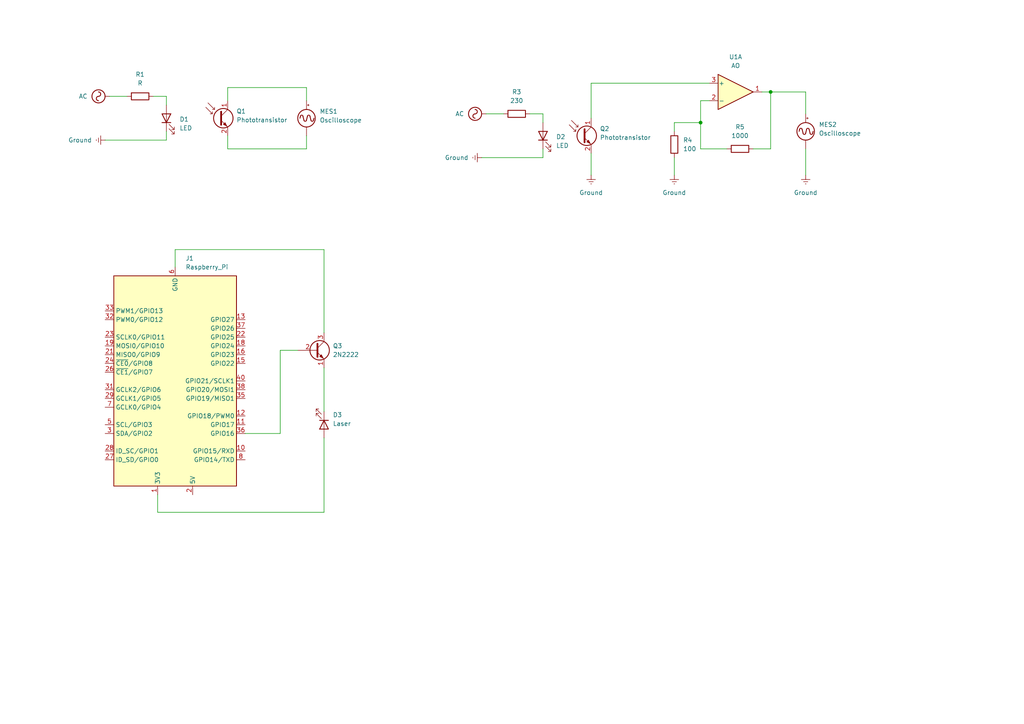
<source format=kicad_sch>
(kicad_sch (version 20231120) (generator "eeschema") (generator_version "8.0")
  (paper "A4")
  (lib_symbols
    (symbol "Amplifier_Operational:ADA4625-2ARDZ" (pin_names (offset 0.127))
      (property "Reference" "U" (at 0 5.08 0))
      (property "Value" "ADA4625-2ARDZ" (at 0 -5.08 0))
      (symbol "ADA4625-2ARDZ_1_1"
        (polyline (pts (xy -5.08 5.08) (xy 5.08 0) (xy -5.08 -5.08) (xy -5.08 5.08)) (stroke (width 0.254)) (fill (type background)))
        (pin output line (at 7.62 0 180) (length 2.54) (name "~") (number "1"))
        (pin input line (at -7.62 -2.54 0) (length 2.54) (name "-") (number "2"))
        (pin input line (at -7.62 2.54 0) (length 2.54) (name "+") (number "3"))
      )
      (symbol "ADA4625-2ARDZ_2_1"
        (polyline (pts (xy -5.08 5.08) (xy 5.08 0) (xy -5.08 -5.08) (xy -5.08 5.08)) (stroke (width 0.254)) (fill (type background)))
        (pin input line (at -7.62 2.54 0) (length 2.54) (name "+") (number "5"))
        (pin input line (at -7.62 -2.54 0) (length 2.54) (name "-") (number "6"))
        (pin output line (at 7.62 0 180) (length 2.54) (name "~") (number "7"))
      )
      (symbol "ADA4625-2ARDZ_3_1"
        (pin power_in line (at -2.54 -7.62 90) (length 3.81) (name "V-") (number "4"))
        (pin power_in line (at -2.54 7.62 270) (length 3.81) (name "V+") (number "8"))
        (pin passive line (at 0 -7.62 90) (length 5.08) (name "EP") (number "9"))
      )
    )
    (symbol "Connector:Raspberry_Pi_2_3"
      (property "Reference" "J" (at -17.78 31.75 0))
      (property "Value" "Raspberry_Pi_2_3" (at 10.16 -31.75 0))
      (symbol "Raspberry_Pi_2_3_0_1"
        (rectangle (start -17.78 30.48) (end 17.78 -30.48) (stroke (width 0.254)) (fill (type background)))
      )
      (symbol "Raspberry_Pi_2_3_1_1"
        (pin power_in line (at 5.08 33.02 270) (length 2.54) (name "3V3") (number "1"))
        (pin bidirectional line (at -20.32 20.32 0) (length 2.54) (name "GPIO15/RXD") (number "10"))
        (pin bidirectional line (at -20.32 12.7 0) (length 2.54) (name "GPIO17") (number "11"))
        (pin bidirectional line (at -20.32 10.16 0) (length 2.54) (name "GPIO18/PWM0") (number "12"))
        (pin bidirectional line (at -20.32 -17.78 0) (length 2.54) (name "GPIO27") (number "13"))
        (pin passive line (at 0 -33.02 90) (length 2.54) hide (name "GND") (number "14"))
        (pin bidirectional line (at -20.32 -5.08 0) (length 2.54) (name "GPIO22") (number "15"))
        (pin bidirectional line (at -20.32 -7.62 0) (length 2.54) (name "GPIO23") (number "16"))
        (pin passive line (at 5.08 33.02 270) (length 2.54) hide (name "3V3") (number "17"))
        (pin bidirectional line (at -20.32 -10.16 0) (length 2.54) (name "GPIO24") (number "18"))
        (pin bidirectional line (at 20.32 -10.16 180) (length 2.54) (name "MOSI0/GPIO10") (number "19"))
        (pin power_in line (at -5.08 33.02 270) (length 2.54) (name "5V") (number "2"))
        (pin passive line (at 0 -33.02 90) (length 2.54) hide (name "GND") (number "20"))
        (pin bidirectional line (at 20.32 -7.62 180) (length 2.54) (name "MISO0/GPIO9") (number "21"))
        (pin bidirectional line (at -20.32 -12.7 0) (length 2.54) (name "GPIO25") (number "22"))
        (pin bidirectional line (at 20.32 -12.7 180) (length 2.54) (name "SCLK0/GPIO11") (number "23"))
        (pin bidirectional line (at 20.32 -5.08 180) (length 2.54) (name "~{CE0}/GPIO8") (number "24"))
        (pin passive line (at 0 -33.02 90) (length 2.54) hide (name "GND") (number "25"))
        (pin bidirectional line (at 20.32 -2.54 180) (length 2.54) (name "~{CE1}/GPIO7") (number "26"))
        (pin bidirectional line (at 20.32 22.86 180) (length 2.54) (name "ID_SD/GPIO0") (number "27"))
        (pin bidirectional line (at 20.32 20.32 180) (length 2.54) (name "ID_SC/GPIO1") (number "28"))
        (pin bidirectional line (at 20.32 5.08 180) (length 2.54) (name "GCLK1/GPIO5") (number "29"))
        (pin bidirectional line (at 20.32 15.24 180) (length 2.54) (name "SDA/GPIO2") (number "3"))
        (pin passive line (at 0 -33.02 90) (length 2.54) hide (name "GND") (number "30"))
        (pin bidirectional line (at 20.32 2.54 180) (length 2.54) (name "GCLK2/GPIO6") (number "31"))
        (pin bidirectional line (at 20.32 -17.78 180) (length 2.54) (name "PWM0/GPIO12") (number "32"))
        (pin bidirectional line (at 20.32 -20.32 180) (length 2.54) (name "PWM1/GPIO13") (number "33"))
        (pin passive line (at 0 -33.02 90) (length 2.54) hide (name "GND") (number "34"))
        (pin bidirectional line (at -20.32 5.08 0) (length 2.54) (name "GPIO19/MISO1") (number "35"))
        (pin bidirectional line (at -20.32 15.24 0) (length 2.54) (name "GPIO16") (number "36"))
        (pin bidirectional line (at -20.32 -15.24 0) (length 2.54) (name "GPIO26") (number "37"))
        (pin bidirectional line (at -20.32 2.54 0) (length 2.54) (name "GPIO20/MOSI1") (number "38"))
        (pin passive line (at 0 -33.02 90) (length 2.54) hide (name "GND") (number "39"))
        (pin passive line (at -5.08 33.02 270) (length 2.54) hide (name "5V") (number "4"))
        (pin bidirectional line (at -20.32 0 0) (length 2.54) (name "GPIO21/SCLK1") (number "40"))
        (pin bidirectional line (at 20.32 12.7 180) (length 2.54) (name "SCL/GPIO3") (number "5"))
        (pin power_in line (at 0 -33.02 90) (length 2.54) (name "GND") (number "6"))
        (pin bidirectional line (at 20.32 7.62 180) (length 2.54) (name "GCLK0/GPIO4") (number "7"))
        (pin bidirectional line (at -20.32 22.86 0) (length 2.54) (name "GPIO14/TXD") (number "8"))
        (pin passive line (at 0 -33.02 90) (length 2.54) hide (name "GND") (number "9"))
      )
    )
    (symbol "Device:LED" (pin_numbers hide) (pin_names (offset 1.016) hide)
      (property "Reference" "D" (at 0 2.54 0))
      (property "Value" "LED" (at 0 -2.54 0))
      (symbol "LED_0_1"
        (polyline (pts (xy -1.27 -1.27) (xy -1.27 1.27)) (stroke (width 0.254)))
        (polyline (pts (xy -1.27 0) (xy 1.27 0)))
        (polyline (pts (xy 1.27 -1.27) (xy 1.27 1.27) (xy -1.27 0) (xy 1.27 -1.27)) (stroke (width 0.254)))
        (polyline (pts (xy -3.048 -0.762) (xy -4.572 -2.286) (xy -3.81 -2.286) (xy -4.572 -2.286) (xy -4.572 -1.524)))
        (polyline (pts (xy -1.778 -0.762) (xy -3.302 -2.286) (xy -2.54 -2.286) (xy -3.302 -2.286) (xy -3.302 -1.524)))
      )
      (symbol "LED_1_1"
        (pin passive line (at -3.81 0 0) (length 2.54) (name "K") (number "1"))
        (pin passive line (at 3.81 0 180) (length 2.54) (name "A") (number "2"))
      )
    )
    (symbol "Device:Oscilloscope" (pin_numbers hide) (pin_names (offset 0.0254) hide)
      (property "Reference" "MES" (at -3.302 1.016 0))
      (property "Value" "Oscilloscope" (at -3.302 -0.762 0))
      (symbol "Oscilloscope_0_0"
        (arc (start -1.016 0.508) (mid -1.397 0.8874) (end -1.778 0.508) (stroke (width 0.254)))
        (arc (start -0.762 -0.508) (mid -0.381 -0.8874) (end 0 -0.508) (stroke (width 0.254)))
        (polyline (pts (xy -1.778 0.508) (xy -1.905 0)) (stroke (width 0.254)))
        (polyline (pts (xy -1.016 0.508) (xy -0.762 -0.508)) (stroke (width 0.254)))
        (polyline (pts (xy 0 -0.508) (xy 0.254 0.508)) (stroke (width 0.254)))
        (polyline (pts (xy 1.016 0.508) (xy 1.27 -0.508)) (stroke (width 0.254)))
        (polyline (pts (xy 2.032 -0.508) (xy 2.159 0)) (stroke (width 0.254)))
        (arc (start 1.016 0.508) (mid 0.635 0.8874) (end 0.254 0.508) (stroke (width 0.254)))
        (arc (start 1.27 -0.508) (mid 1.651 -0.8874) (end 2.032 -0.508) (stroke (width 0.254)))
      )
      (symbol "Oscilloscope_0_1"
        (polyline (pts (xy 0.254 3.81) (xy 0.762 3.81)))
        (polyline (pts (xy 0.508 4.064) (xy 0.508 3.556)))
        (circle (center 0 0) (radius 2.54) (stroke (width 0.254)))
      )
      (symbol "Oscilloscope_1_1"
        (pin passive line (at 0 -5.08 90) (length 2.54) (name "-") (number "1"))
        (pin passive line (at 0 5.08 270) (length 2.54) (name "+") (number "2"))
      )
    )
    (symbol "Device:R" (pin_numbers hide) (pin_names (offset 0))
      (property "Reference" "R" (at 2.032 0 90))
      (property "Value" "R" (at 0 0 90))
      (symbol "R_0_1"
        (rectangle (start -1.016 -2.54) (end 1.016 2.54) (stroke (width 0.254)))
      )
      (symbol "R_1_1"
        (pin passive line (at 0 3.81 270) (length 1.27) (name "~") (number "1"))
        (pin passive line (at 0 -3.81 90) (length 1.27) (name "~") (number "2"))
      )
    )
    (symbol "Sensor_Optical:BPW40" (pin_names (offset 0) hide)
      (property "Reference" "Q" (at 5.08 1.27 0))
      (property "Value" "BPW40" (at 5.08 -1.27 0))
      (symbol "BPW40_0_1"
        (polyline (pts (xy -1.905 1.27) (xy -2.54 1.27)))
        (polyline (pts (xy -1.27 2.54) (xy -1.905 2.54)))
        (polyline (pts (xy 0.635 0.635) (xy 2.54 2.54)))
        (polyline (pts (xy -3.81 3.175) (xy -1.905 1.27) (xy -1.905 1.905)))
        (polyline (pts (xy -3.175 4.445) (xy -1.27 2.54) (xy -1.27 3.175)))
        (polyline (pts (xy 0.635 -0.635) (xy 2.54 -2.54) (xy 2.54 -2.54)))
        (polyline (pts (xy 0.635 1.905) (xy 0.635 -1.905) (xy 0.635 -1.905)) (stroke (width 0.508)))
        (polyline (pts (xy 1.27 -1.778) (xy 1.778 -1.27) (xy 2.286 -2.286) (xy 1.27 -1.778) (xy 1.27 -1.778)) (fill (type outline)))
        (circle (center 1.27 0) (radius 2.8194) (stroke (width 0.254)))
      )
      (symbol "BPW40_1_1"
        (pin passive line (at 2.54 5.08 270) (length 2.54) (name "C") (number "1"))
        (pin passive line (at 2.54 -5.08 90) (length 2.54) (name "E") (number "2"))
      )
    )
    (symbol "Transistor_BJT:2N2219" (pin_names (offset 0) hide)
      (property "Reference" "Q" (at 5.08 1.905 0))
      (property "Value" "2N2219" (at 5.08 0 0))
      (symbol "2N2219_0_1"
        (polyline (pts (xy 0.635 0.635) (xy 2.54 2.54)))
        (polyline (pts (xy 0.635 -0.635) (xy 2.54 -2.54) (xy 2.54 -2.54)))
        (polyline (pts (xy 0.635 1.905) (xy 0.635 -1.905) (xy 0.635 -1.905)) (stroke (width 0.508)))
        (polyline (pts (xy 1.27 -1.778) (xy 1.778 -1.27) (xy 2.286 -2.286) (xy 1.27 -1.778) (xy 1.27 -1.778)) (fill (type outline)))
        (circle (center 1.27 0) (radius 2.8194) (stroke (width 0.254)))
      )
      (symbol "2N2219_1_1"
        (pin passive line (at 2.54 -5.08 90) (length 2.54) (name "E") (number "1"))
        (pin passive line (at -5.08 0 0) (length 5.715) (name "B") (number "2"))
        (pin passive line (at 2.54 5.08 270) (length 2.54) (name "C") (number "3"))
      )
    )
    (symbol "power:AC" (power) (pin_numbers hide) (pin_names (offset 0) hide)
      (property "Value" "AC" (at 0 6.35 0))
      (symbol "AC_0_1"
        (polyline (pts (xy 0 0) (xy 0 1.27)))
        (arc (start 0 3.175) (mid -0.635 3.8073) (end -1.27 3.175) (stroke (width 0.254)))
        (arc (start 0 3.175) (mid 0.635 2.5427) (end 1.27 3.175) (stroke (width 0.254)))
        (circle (center 0 3.175) (radius 1.905) (stroke (width 0.254)))
      )
      (symbol "AC_1_1"
        (pin power_in line (at 0 0 90) (length 0) (name "~") (number "1"))
      )
    )
    (symbol "power:Earth" (power) (pin_numbers hide) (pin_names (offset 0) hide)
      (property "Value" "Earth" (at 0 -3.81 0))
      (symbol "Earth_0_1"
        (polyline (pts (xy -0.635 -1.905) (xy 0.635 -1.905)))
        (polyline (pts (xy -0.127 -2.54) (xy 0.127 -2.54)))
        (polyline (pts (xy 0 -1.27) (xy 0 0)))
        (polyline (pts (xy 1.27 -1.27) (xy -1.27 -1.27)))
      )
      (symbol "Earth_1_1"
        (pin power_in line (at 0 0 270) (length 0) (name "~") (number "1"))
      )
    )
  )
  (junction (at 203.2 35.56))
  (junction (at 223.52 26.67))
  (wire (pts (xy 88.9 25.4) (xy 66.04 25.4)))
  (wire (pts (xy 93.98 96.52) (xy 93.98 72.39)))
  (wire (pts (xy 171.45 24.13) (xy 171.45 34.29)))
  (wire (pts (xy 157.48 33.02) (xy 157.48 35.56)))
  (wire (pts (xy 45.72 143.51) (xy 45.72 148.59)))
  (wire (pts (xy 140.97 33.02) (xy 146.05 33.02)))
  (wire (pts (xy 233.68 43.18) (xy 233.68 50.8)))
  (wire (pts (xy 195.58 35.56) (xy 203.2 35.56)))
  (wire (pts (xy 48.26 40.64) (xy 48.26 38.1)))
  (wire (pts (xy 157.48 45.72) (xy 157.48 43.18)))
  (wire (pts (xy 31.75 27.94) (xy 36.83 27.94)))
  (wire (pts (xy 48.26 27.94) (xy 48.26 30.48)))
  (wire (pts (xy 66.04 25.4) (xy 66.04 29.21)))
  (wire (pts (xy 195.58 45.72) (xy 195.58 50.8)))
  (wire (pts (xy 81.28 125.73) (xy 81.28 101.6)))
  (wire (pts (xy 171.45 44.45) (xy 171.45 50.8)))
  (wire (pts (xy 81.28 101.6) (xy 86.36 101.6)))
  (wire (pts (xy 233.68 26.67) (xy 233.68 33.02)))
  (wire (pts (xy 66.04 43.18) (xy 88.9 43.18)))
  (wire (pts (xy 195.58 38.1) (xy 195.58 35.56)))
  (wire (pts (xy 93.98 148.59) (xy 93.98 127)))
  (wire (pts (xy 88.9 29.21) (xy 88.9 25.4)))
  (wire (pts (xy 93.98 72.39) (xy 50.8 72.39)))
  (wire (pts (xy 45.72 148.59) (xy 93.98 148.59)))
  (wire (pts (xy 171.45 24.13) (xy 205.74 24.13)))
  (wire (pts (xy 139.7 45.72) (xy 157.48 45.72)))
  (wire (pts (xy 50.8 72.39) (xy 50.8 77.47)))
  (wire (pts (xy 203.2 43.18) (xy 210.82 43.18)))
  (wire (pts (xy 205.74 29.21) (xy 203.2 29.21)))
  (wire (pts (xy 233.68 26.67) (xy 223.52 26.67)))
  (wire (pts (xy 30.48 40.64) (xy 48.26 40.64)))
  (wire (pts (xy 220.98 26.67) (xy 223.52 26.67)))
  (wire (pts (xy 66.04 39.37) (xy 66.04 43.18)))
  (wire (pts (xy 71.12 125.73) (xy 81.28 125.73)))
  (wire (pts (xy 223.52 26.67) (xy 223.52 43.18)))
  (wire (pts (xy 44.45 27.94) (xy 48.26 27.94)))
  (wire (pts (xy 93.98 106.68) (xy 93.98 119.38)))
  (wire (pts (xy 153.67 33.02) (xy 157.48 33.02)))
  (wire (pts (xy 203.2 35.56) (xy 203.2 43.18)))
  (wire (pts (xy 203.2 29.21) (xy 203.2 35.56)))
  (wire (pts (xy 88.9 43.18) (xy 88.9 39.37)))
  (wire (pts (xy 218.44 43.18) (xy 223.52 43.18)))
  (symbol (lib_id "Device:R") (at 40.64 27.94 90) (unit 1)
    (property "Reference" "R1" (at 40.64 21.59 90))
    (property "Value" "R" (at 40.64 24.13 90))
    (property "Description" "Resistor" (effects (hide yes)))
  )
  (symbol (lib_id "power:Earth") (at 30.48 40.64 270) (unit 1)
    (property "Reference" "#PWR02" (effects (hide yes)))
    (property "Value" "Ground" (at 26.67 40.6399 90) (effects (justify right)))
    (property "Description" "Power symbol creates a global label with name \"Earth\"" (effects (hide yes)))
  )
  (symbol (lib_id "Device:R") (at 214.63 43.18 90) (unit 1)
    (property "Reference" "R5" (at 214.63 36.83 90))
    (property "Value" "1000" (at 214.63 39.37 90))
    (property "Description" "Resistor" (effects (hide yes)))
  )
  (symbol (lib_id "power:Earth") (at 139.7 45.72 270) (unit 1)
    (property "Reference" "#PWR03" (effects (hide yes)))
    (property "Value" "Ground" (at 135.89 45.7199 90) (effects (justify right)))
    (property "Description" "Power symbol creates a global label with name \"Earth\"" (effects (hide yes)))
  )
  (symbol (lib_id "power:Earth") (at 233.68 50.8 0) (unit 1)
    (property "Reference" "#PWR07" (effects (hide yes)))
    (property "Value" "Ground" (at 233.68 55.88 0))
    (property "Description" "Power symbol creates a global label with name \"Earth\"" (effects (hide yes)))
  )
  (symbol (lib_id "Sensor_Optical:BPW40") (at 168.91 39.37 0) (unit 1)
    (property "Reference" "Q2" (at 173.99 37.3506 0) (effects (justify left)))
    (property "Value" "Phototransistor" (at 173.99 39.8906 0) (effects (justify left)))
    (property "Footprint" "LED_THT:LED_D5.0mm_Clear" (effects (hide yes)))
    (property "Datasheet" "https://www.rcscomponents.kiev.ua/datasheets/bpw40.pdf" (effects (hide yes)))
    (property "Description" "Phototransistor NPN" (effects (hide yes)))
  )
  (symbol (lib_id "Device:LED") (at 48.26 34.29 90) (unit 1)
    (property "Reference" "D1" (at 52.07 34.6074 90) (effects (justify right)))
    (property "Value" "LED" (at 52.07 37.1474 90) (effects (justify right)))
    (property "Description" "Light emitting diode" (effects (hide yes)))
  )
  (symbol (lib_id "Device:LED") (at 93.98 123.19 270) (unit 1)
    (property "Reference" "D3" (at 96.52 120.3324 90) (effects (justify left)))
    (property "Value" "Laser" (at 96.52 122.8724 90) (effects (justify left)))
    (property "Description" "Light emitting diode" (effects (hide yes)))
  )
  (symbol (lib_id "Device:R") (at 195.58 41.91 0) (unit 1)
    (property "Reference" "R4" (at 198.12 40.6399 0) (effects (justify left)))
    (property "Value" "100" (at 198.12 43.1799 0) (effects (justify left)))
    (property "Description" "Resistor" (effects (hide yes)))
  )
  (symbol (lib_id "Transistor_BJT:2N2219") (at 91.44 101.6 0) (unit 1)
    (property "Reference" "Q3" (at 96.52 100.3299 0) (effects (justify left)))
    (property "Value" "2N2222" (at 96.52 102.8699 0) (effects (justify left)))
    (property "Footprint" "Package_TO_SOT_THT:TO-39-3" (effects (hide yes)))
    (property "Datasheet" "http://www.onsemi.com/pub_link/Collateral/2N2219-D.PDF" (effects (hide yes)))
    (property "Description" "800mA Ic, 50V Vce, NPN Transistor, TO-39" (effects (hide yes)))
  )
  (symbol (lib_id "Amplifier_Operational:ADA4625-2ARDZ") (at 213.36 26.67 0) (unit 1)
    (property "Reference" "U1" (at 213.36 16.51 0))
    (property "Value" "AO" (at 213.36 19.05 0))
    (property "Footprint" "Package_SO:SOIC-8-1EP_3.9x4.9mm_P1.27mm_EP2.29x3mm" (effects (hide yes)))
    (property "Datasheet" "https://www.analog.com/media/en/technical-documentation/data-sheets/ADA4625-1-4625-2.pdf" (effects (hide yes)))
    (property "Description" "Dual 5V..36V/±2.5V..±18V supply, 18 MHz, 48V/µs slew rate, ±80 µV offset, RRO, Fast-settling JFET Op Amp, SOIC-8-1EP" (effects (hide yes)))
  )
  (symbol (lib_id "Device:LED") (at 157.48 39.37 90) (unit 1)
    (property "Reference" "D2" (at 161.29 39.6874 90) (effects (justify right)))
    (property "Value" "LED" (at 161.29 42.2274 90) (effects (justify right)))
    (property "Description" "Light emitting diode" (effects (hide yes)))
  )
  (symbol (lib_id "Device:R") (at 149.86 33.02 90) (unit 1)
    (property "Reference" "R3" (at 149.86 26.67 90))
    (property "Value" "230" (at 149.86 29.21 90))
    (property "Description" "Resistor" (effects (hide yes)))
  )
  (symbol (lib_id "power:Earth") (at 171.45 50.8 0) (unit 1)
    (property "Reference" "#PWR06" (effects (hide yes)))
    (property "Value" "Ground" (at 171.45 55.88 0))
    (property "Description" "Power symbol creates a global label with name \"Earth\"" (effects (hide yes)))
  )
  (symbol (lib_id "Sensor_Optical:BPW40") (at 63.5 34.29 0) (unit 1)
    (property "Reference" "Q1" (at 68.58 32.2706 0) (effects (justify left)))
    (property "Value" "Phototransistor" (at 68.58 34.8106 0) (effects (justify left)))
    (property "Footprint" "LED_THT:LED_D5.0mm_Clear" (effects (hide yes)))
    (property "Datasheet" "https://www.rcscomponents.kiev.ua/datasheets/bpw40.pdf" (effects (hide yes)))
    (property "Description" "Phototransistor NPN" (effects (hide yes)))
  )
  (symbol (lib_id "power:AC") (at 31.75 27.94 90) (unit 1)
    (property "Reference" "#PWR01" (effects (hide yes)))
    (property "Value" "AC" (at 25.4 27.9399 90) (effects (justify left)))
    (property "Description" "Power symbol creates a global label with name \"AC\"" (effects (hide yes)))
  )
  (symbol (lib_id "Connector:Raspberry_Pi_2_3") (at 50.8 110.49 180) (unit 1)
    (property "Reference" "J1" (at 53.8165 74.93 0) (effects (justify right)))
    (property "Value" "Raspberry_Pi" (at 53.8165 77.47 0) (effects (justify right)))
    (property "Datasheet" "https://www.raspberrypi.org/documentation/hardware/raspberrypi/schematics/rpi_SCH_3bplus_1p0_reduced.pdf" (effects (hide yes)))
    (property "Description" "expansion header for Raspberry Pi 2 & 3" (effects (hide yes)))
  )
  (symbol (lib_id "Device:Oscilloscope") (at 88.9 34.29 0) (unit 1)
    (property "Reference" "MES1" (at 92.71 32.3214 0) (effects (justify left)))
    (property "Value" "Oscilloscope" (at 92.71 34.8614 0) (effects (justify left)))
    (property "Description" "Oscilloscope" (effects (hide yes)))
  )
  (symbol (lib_id "Device:Oscilloscope") (at 233.68 38.1 0) (unit 1)
    (property "Reference" "MES2" (at 237.49 36.1314 0) (effects (justify left)))
    (property "Value" "Oscilloscope" (at 237.49 38.6714 0) (effects (justify left)))
    (property "Description" "Oscilloscope" (effects (hide yes)))
  )
  (symbol (lib_id "power:AC") (at 140.97 33.02 90) (unit 1)
    (property "Reference" "#PWR04" (effects (hide yes)))
    (property "Value" "AC" (at 134.62 33.0199 90) (effects (justify left)))
    (property "Description" "Power symbol creates a global label with name \"AC\"" (effects (hide yes)))
  )
  (symbol (lib_id "power:Earth") (at 195.58 50.8 0) (unit 1)
    (property "Reference" "#PWR05" (effects (hide yes)))
    (property "Value" "Ground" (at 195.58 55.88 0))
    (property "Description" "Power symbol creates a global label with name \"Earth\"" (effects (hide yes)))
  )
)
</source>
